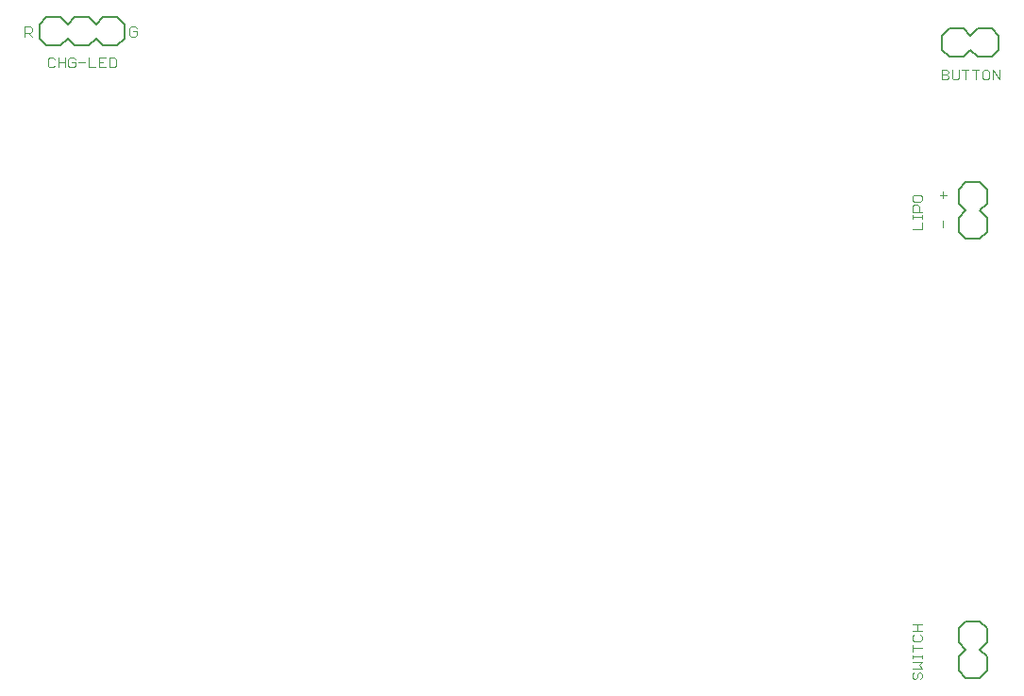
<source format=gbr>
G04 EAGLE Gerber RS-274X export*
G75*
%MOMM*%
%FSLAX34Y34*%
%LPD*%
%INSilkscreen Top*%
%IPPOS*%
%AMOC8*
5,1,8,0,0,1.08239X$1,22.5*%
G01*
%ADD10C,0.101600*%
%ADD11C,0.203200*%


D10*
X4508Y664508D02*
X4508Y673500D01*
X9004Y673500D01*
X10502Y672001D01*
X10502Y669004D01*
X9004Y667505D01*
X4508Y667505D01*
X7505Y667505D02*
X10502Y664508D01*
X103004Y673500D02*
X104502Y672001D01*
X103004Y673500D02*
X100007Y673500D01*
X98508Y672001D01*
X98508Y666007D01*
X100007Y664508D01*
X103004Y664508D01*
X104502Y666007D01*
X104502Y669004D01*
X101505Y669004D01*
X800500Y491746D02*
X809492Y491746D01*
X809492Y497740D01*
X809492Y500954D02*
X809492Y503951D01*
X809492Y502452D02*
X800500Y502452D01*
X800500Y500954D02*
X800500Y503951D01*
X800500Y507092D02*
X809492Y507092D01*
X800500Y507092D02*
X800500Y511588D01*
X801999Y513087D01*
X804996Y513087D01*
X806495Y511588D01*
X806495Y507092D01*
X800500Y517799D02*
X800500Y520796D01*
X800500Y517799D02*
X801999Y516300D01*
X807993Y516300D01*
X809492Y517799D01*
X809492Y520796D01*
X807993Y522295D01*
X801999Y522295D01*
X800500Y520796D01*
X827996Y519300D02*
X827996Y525295D01*
X824999Y522297D02*
X830993Y522297D01*
X827996Y499295D02*
X827996Y493300D01*
D11*
X867700Y133350D02*
X867700Y120650D01*
X861350Y114300D01*
X848650Y114300D02*
X842300Y120650D01*
X861350Y114300D02*
X867700Y107950D01*
X867700Y95250D01*
X861350Y88900D01*
X848650Y88900D02*
X842300Y95250D01*
X842300Y107950D01*
X848650Y114300D01*
X848650Y139700D02*
X861350Y139700D01*
X867700Y133350D01*
X848650Y139700D02*
X842300Y133350D01*
X842300Y120650D01*
X848650Y88900D02*
X861350Y88900D01*
D10*
X801999Y93787D02*
X800500Y92288D01*
X800500Y89291D01*
X801999Y87792D01*
X803498Y87792D01*
X804996Y89291D01*
X804996Y92288D01*
X806495Y93787D01*
X807993Y93787D01*
X809492Y92288D01*
X809492Y89291D01*
X807993Y87792D01*
X809492Y97000D02*
X800500Y97000D01*
X806495Y99997D02*
X809492Y97000D01*
X806495Y99997D02*
X809492Y102994D01*
X800500Y102994D01*
X809492Y106208D02*
X809492Y109205D01*
X809492Y107706D02*
X800500Y107706D01*
X800500Y106208D02*
X800500Y109205D01*
X800500Y115344D02*
X809492Y115344D01*
X800500Y112346D02*
X800500Y118341D01*
X800500Y126050D02*
X801999Y127549D01*
X800500Y126050D02*
X800500Y123053D01*
X801999Y121554D01*
X807993Y121554D01*
X809492Y123053D01*
X809492Y126050D01*
X807993Y127549D01*
X809492Y130762D02*
X800500Y130762D01*
X804996Y130762D02*
X804996Y136756D01*
X800500Y136756D02*
X809492Y136756D01*
D11*
X833650Y671700D02*
X846350Y671700D01*
X852700Y665350D01*
X852700Y652650D02*
X846350Y646300D01*
X852700Y665350D02*
X859050Y671700D01*
X871750Y671700D01*
X878100Y665350D01*
X878100Y652650D02*
X871750Y646300D01*
X859050Y646300D01*
X852700Y652650D01*
X827300Y652650D02*
X827300Y665350D01*
X833650Y671700D01*
X827300Y652650D02*
X833650Y646300D01*
X846350Y646300D01*
X878100Y652650D02*
X878100Y665350D01*
D10*
X826799Y634788D02*
X826799Y625796D01*
X826799Y634788D02*
X831295Y634788D01*
X832793Y633289D01*
X832793Y631790D01*
X831295Y630292D01*
X832793Y628793D01*
X832793Y627295D01*
X831295Y625796D01*
X826799Y625796D01*
X826799Y630292D02*
X831295Y630292D01*
X836007Y627295D02*
X836007Y634788D01*
X836007Y627295D02*
X837505Y625796D01*
X840502Y625796D01*
X842001Y627295D01*
X842001Y634788D01*
X848212Y634788D02*
X848212Y625796D01*
X845214Y634788D02*
X851209Y634788D01*
X857420Y634788D02*
X857420Y625796D01*
X854422Y634788D02*
X860417Y634788D01*
X865129Y634788D02*
X868126Y634788D01*
X865129Y634788D02*
X863630Y633289D01*
X863630Y627295D01*
X865129Y625796D01*
X868126Y625796D01*
X869625Y627295D01*
X869625Y633289D01*
X868126Y634788D01*
X872838Y634788D02*
X872838Y625796D01*
X878832Y625796D02*
X872838Y634788D01*
X878832Y634788D02*
X878832Y625796D01*
D11*
X74450Y681700D02*
X68100Y675350D01*
X74450Y681700D02*
X87150Y681700D01*
X93500Y675350D01*
X93500Y662650D02*
X87150Y656300D01*
X74450Y656300D01*
X68100Y662650D01*
X36350Y681700D02*
X23650Y681700D01*
X36350Y681700D02*
X42700Y675350D01*
X42700Y662650D02*
X36350Y656300D01*
X42700Y675350D02*
X49050Y681700D01*
X61750Y681700D01*
X68100Y675350D01*
X68100Y662650D02*
X61750Y656300D01*
X49050Y656300D01*
X42700Y662650D01*
X17300Y662650D02*
X17300Y675350D01*
X23650Y681700D01*
X17300Y662650D02*
X23650Y656300D01*
X36350Y656300D01*
X93500Y662650D02*
X93500Y675350D01*
D10*
X31040Y644289D02*
X29542Y645788D01*
X26545Y645788D01*
X25046Y644289D01*
X25046Y638295D01*
X26545Y636796D01*
X29542Y636796D01*
X31040Y638295D01*
X34254Y636796D02*
X34254Y645788D01*
X34254Y641292D02*
X40248Y641292D01*
X40248Y645788D02*
X40248Y636796D01*
X47958Y645788D02*
X49456Y644289D01*
X47958Y645788D02*
X44960Y645788D01*
X43462Y644289D01*
X43462Y638295D01*
X44960Y636796D01*
X47958Y636796D01*
X49456Y638295D01*
X49456Y641292D01*
X46459Y641292D01*
X52670Y641292D02*
X58664Y641292D01*
X61877Y645788D02*
X61877Y636796D01*
X67872Y636796D01*
X71085Y645788D02*
X77080Y645788D01*
X71085Y645788D02*
X71085Y636796D01*
X77080Y636796D01*
X74082Y641292D02*
X71085Y641292D01*
X80293Y645788D02*
X80293Y636796D01*
X84789Y636796D01*
X86288Y638295D01*
X86288Y644289D01*
X84789Y645788D01*
X80293Y645788D01*
D11*
X867700Y527350D02*
X867700Y514650D01*
X861350Y508300D01*
X848650Y508300D02*
X842300Y514650D01*
X861350Y508300D02*
X867700Y501950D01*
X867700Y489250D01*
X861350Y482900D01*
X848650Y482900D02*
X842300Y489250D01*
X842300Y501950D01*
X848650Y508300D01*
X848650Y533700D02*
X861350Y533700D01*
X867700Y527350D01*
X848650Y533700D02*
X842300Y527350D01*
X842300Y514650D01*
X848650Y482900D02*
X861350Y482900D01*
M02*

</source>
